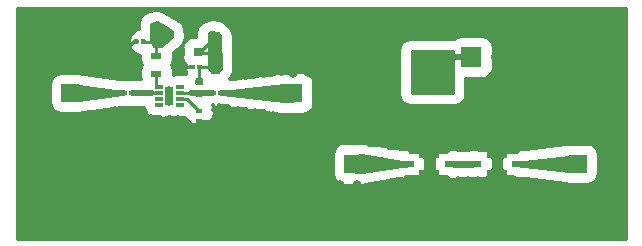
<source format=gtl>
G04 #@! TF.GenerationSoftware,KiCad,Pcbnew,(5.0.1)-4*
G04 #@! TF.CreationDate,2019-05-20T12:55:45-07:00*
G04 #@! TF.ProjectId,Tripler_circuit,547269706C65725F636972637569742E,rev?*
G04 #@! TF.SameCoordinates,Original*
G04 #@! TF.FileFunction,Copper,L1,Top,Signal*
G04 #@! TF.FilePolarity,Positive*
%FSLAX46Y46*%
G04 Gerber Fmt 4.6, Leading zero omitted, Abs format (unit mm)*
G04 Created by KiCad (PCBNEW (5.0.1)-4) date 5/20/2019 12:55:45 PM*
%MOMM*%
%LPD*%
G01*
G04 APERTURE LIST*
G04 #@! TA.AperFunction,SMDPad,CuDef*
%ADD10R,1.520000X1.650000*%
G04 #@! TD*
G04 #@! TA.AperFunction,ViaPad*
%ADD11C,0.600000*%
G04 #@! TD*
G04 #@! TA.AperFunction,Conductor*
%ADD12C,0.200000*%
G04 #@! TD*
G04 #@! TA.AperFunction,SMDPad,CuDef*
%ADD13C,0.400000*%
G04 #@! TD*
G04 #@! TA.AperFunction,SMDPad,CuDef*
%ADD14R,1.900000X1.900000*%
G04 #@! TD*
G04 #@! TA.AperFunction,SMDPad,CuDef*
%ADD15R,1.500000X1.500000*%
G04 #@! TD*
G04 #@! TA.AperFunction,SMDPad,CuDef*
%ADD16R,0.990000X0.610000*%
G04 #@! TD*
G04 #@! TA.AperFunction,SMDPad,CuDef*
%ADD17R,1.750000X0.990000*%
G04 #@! TD*
G04 #@! TA.AperFunction,ComponentPad*
%ADD18C,0.600000*%
G04 #@! TD*
G04 #@! TA.AperFunction,SMDPad,CuDef*
%ADD19R,0.800000X0.750000*%
G04 #@! TD*
G04 #@! TA.AperFunction,SMDPad,CuDef*
%ADD20C,0.590000*%
G04 #@! TD*
G04 #@! TA.AperFunction,SMDPad,CuDef*
%ADD21R,0.900000X0.500000*%
G04 #@! TD*
G04 #@! TA.AperFunction,SMDPad,CuDef*
%ADD22R,0.600000X0.400000*%
G04 #@! TD*
G04 #@! TA.AperFunction,SMDPad,CuDef*
%ADD23R,0.670000X0.300000*%
G04 #@! TD*
G04 #@! TA.AperFunction,SMDPad,CuDef*
%ADD24R,0.700000X1.600000*%
G04 #@! TD*
G04 #@! TA.AperFunction,ComponentPad*
%ADD25C,0.350000*%
G04 #@! TD*
G04 #@! TA.AperFunction,ComponentPad*
%ADD26R,1.700000X1.700000*%
G04 #@! TD*
G04 #@! TA.AperFunction,ComponentPad*
%ADD27O,1.700000X1.700000*%
G04 #@! TD*
G04 #@! TA.AperFunction,ViaPad*
%ADD28C,0.800000*%
G04 #@! TD*
G04 #@! TA.AperFunction,ViaPad*
%ADD29C,0.350000*%
G04 #@! TD*
G04 #@! TA.AperFunction,Conductor*
%ADD30C,0.250000*%
G04 #@! TD*
G04 #@! TA.AperFunction,Conductor*
%ADD31C,0.508000*%
G04 #@! TD*
G04 #@! TA.AperFunction,Conductor*
%ADD32C,0.500000*%
G04 #@! TD*
G04 #@! TA.AperFunction,Conductor*
%ADD33C,0.254000*%
G04 #@! TD*
G04 APERTURE END LIST*
D10*
G04 #@! TO.P,U1,1*
G04 #@! TO.N,/Amp_out*
X123600000Y-89405000D03*
G04 #@! TO.P,U1,2*
G04 #@! TO.N,GND*
X126140000Y-89405000D03*
G04 #@! TO.P,U1,3*
X128680000Y-89405000D03*
G04 #@! TO.P,U1,4*
G04 #@! TO.N,Net-(U1-Pad4)*
X128680000Y-95375000D03*
G04 #@! TO.P,U1,5*
G04 #@! TO.N,GND*
X126140000Y-95375000D03*
G04 #@! TO.P,U1,6*
X123600000Y-95375000D03*
D11*
G04 #@! TD*
G04 #@! TO.N,GND*
G04 #@! TO.C,U1*
X126140000Y-90890000D03*
G04 #@! TO.N,GND*
G04 #@! TO.C,U1*
X127410000Y-90890000D03*
X128680000Y-90890000D03*
X128680000Y-92390000D03*
X127410000Y-92390000D03*
X126140000Y-92390000D03*
X124870000Y-92390000D03*
X123600000Y-92390000D03*
X123600000Y-93890000D03*
X124870000Y-93890000D03*
X126140000Y-93890000D03*
G04 #@! TD*
D12*
G04 #@! TO.N,Net-(C1-Pad1)*
G04 #@! TO.C,C1*
G36*
X110059802Y-89200482D02*
X110069509Y-89201921D01*
X110079028Y-89204306D01*
X110088268Y-89207612D01*
X110097140Y-89211808D01*
X110105557Y-89216853D01*
X110113439Y-89222699D01*
X110120711Y-89229289D01*
X110127301Y-89236561D01*
X110133147Y-89244443D01*
X110138192Y-89252860D01*
X110142388Y-89261732D01*
X110145694Y-89270972D01*
X110148079Y-89280491D01*
X110149518Y-89290198D01*
X110150000Y-89300000D01*
X110150000Y-89500000D01*
X110149518Y-89509802D01*
X110148079Y-89519509D01*
X110145694Y-89529028D01*
X110142388Y-89538268D01*
X110138192Y-89547140D01*
X110133147Y-89555557D01*
X110127301Y-89563439D01*
X110120711Y-89570711D01*
X110113439Y-89577301D01*
X110105557Y-89583147D01*
X110097140Y-89588192D01*
X110088268Y-89592388D01*
X110079028Y-89595694D01*
X110069509Y-89598079D01*
X110059802Y-89599518D01*
X110050000Y-89600000D01*
X109790000Y-89600000D01*
X109780198Y-89599518D01*
X109770491Y-89598079D01*
X109760972Y-89595694D01*
X109751732Y-89592388D01*
X109742860Y-89588192D01*
X109734443Y-89583147D01*
X109726561Y-89577301D01*
X109719289Y-89570711D01*
X109712699Y-89563439D01*
X109706853Y-89555557D01*
X109701808Y-89547140D01*
X109697612Y-89538268D01*
X109694306Y-89529028D01*
X109691921Y-89519509D01*
X109690482Y-89509802D01*
X109690000Y-89500000D01*
X109690000Y-89300000D01*
X109690482Y-89290198D01*
X109691921Y-89280491D01*
X109694306Y-89270972D01*
X109697612Y-89261732D01*
X109701808Y-89252860D01*
X109706853Y-89244443D01*
X109712699Y-89236561D01*
X109719289Y-89229289D01*
X109726561Y-89222699D01*
X109734443Y-89216853D01*
X109742860Y-89211808D01*
X109751732Y-89207612D01*
X109760972Y-89204306D01*
X109770491Y-89201921D01*
X109780198Y-89200482D01*
X109790000Y-89200000D01*
X110050000Y-89200000D01*
X110059802Y-89200482D01*
X110059802Y-89200482D01*
G37*
D13*
G04 #@! TD*
G04 #@! TO.P,C1,1*
G04 #@! TO.N,Net-(C1-Pad1)*
X109920000Y-89400000D03*
D12*
G04 #@! TO.N,Net-(C1-Pad2)*
G04 #@! TO.C,C1*
G36*
X109419802Y-89200482D02*
X109429509Y-89201921D01*
X109439028Y-89204306D01*
X109448268Y-89207612D01*
X109457140Y-89211808D01*
X109465557Y-89216853D01*
X109473439Y-89222699D01*
X109480711Y-89229289D01*
X109487301Y-89236561D01*
X109493147Y-89244443D01*
X109498192Y-89252860D01*
X109502388Y-89261732D01*
X109505694Y-89270972D01*
X109508079Y-89280491D01*
X109509518Y-89290198D01*
X109510000Y-89300000D01*
X109510000Y-89500000D01*
X109509518Y-89509802D01*
X109508079Y-89519509D01*
X109505694Y-89529028D01*
X109502388Y-89538268D01*
X109498192Y-89547140D01*
X109493147Y-89555557D01*
X109487301Y-89563439D01*
X109480711Y-89570711D01*
X109473439Y-89577301D01*
X109465557Y-89583147D01*
X109457140Y-89588192D01*
X109448268Y-89592388D01*
X109439028Y-89595694D01*
X109429509Y-89598079D01*
X109419802Y-89599518D01*
X109410000Y-89600000D01*
X109150000Y-89600000D01*
X109140198Y-89599518D01*
X109130491Y-89598079D01*
X109120972Y-89595694D01*
X109111732Y-89592388D01*
X109102860Y-89588192D01*
X109094443Y-89583147D01*
X109086561Y-89577301D01*
X109079289Y-89570711D01*
X109072699Y-89563439D01*
X109066853Y-89555557D01*
X109061808Y-89547140D01*
X109057612Y-89538268D01*
X109054306Y-89529028D01*
X109051921Y-89519509D01*
X109050482Y-89509802D01*
X109050000Y-89500000D01*
X109050000Y-89300000D01*
X109050482Y-89290198D01*
X109051921Y-89280491D01*
X109054306Y-89270972D01*
X109057612Y-89261732D01*
X109061808Y-89252860D01*
X109066853Y-89244443D01*
X109072699Y-89236561D01*
X109079289Y-89229289D01*
X109086561Y-89222699D01*
X109094443Y-89216853D01*
X109102860Y-89211808D01*
X109111732Y-89207612D01*
X109120972Y-89204306D01*
X109130491Y-89201921D01*
X109140198Y-89200482D01*
X109150000Y-89200000D01*
X109410000Y-89200000D01*
X109419802Y-89200482D01*
X109419802Y-89200482D01*
G37*
D13*
G04 #@! TD*
G04 #@! TO.P,C1,2*
G04 #@! TO.N,Net-(C1-Pad2)*
X109280000Y-89400000D03*
D14*
G04 #@! TO.P,CON1,2*
G04 #@! TO.N,GND*
X107105000Y-87015000D03*
X107105000Y-91765000D03*
X102355000Y-91765000D03*
X102355000Y-87015000D03*
D15*
G04 #@! TO.P,CON1,1*
G04 #@! TO.N,Net-(C1-Pad2)*
X104730000Y-89390000D03*
G04 #@! TD*
G04 #@! TO.P,CON2,1*
G04 #@! TO.N,Net-(CON2-Pad1)*
X147700000Y-95380000D03*
D14*
G04 #@! TO.P,CON2,2*
G04 #@! TO.N,GND*
X145325000Y-93005000D03*
X145325000Y-97755000D03*
X150075000Y-97755000D03*
X150075000Y-93005000D03*
G04 #@! TD*
D16*
G04 #@! TO.P,U3,1*
G04 #@! TO.N,Net-(U1-Pad4)*
X133315000Y-95380000D03*
D17*
G04 #@! TO.P,U3,2*
G04 #@! TO.N,GND*
X135130000Y-96395000D03*
D16*
G04 #@! TO.P,U3,3*
G04 #@! TO.N,Net-(U3-Pad3)*
X136945000Y-95380000D03*
D17*
G04 #@! TO.P,U3,4*
G04 #@! TO.N,GND*
X135130000Y-94365000D03*
D18*
G04 #@! TO.P,U3,2*
X134560000Y-96580000D03*
X135700000Y-96580000D03*
G04 #@! TO.P,U3,4*
X134560000Y-94180000D03*
X135700000Y-94180000D03*
G04 #@! TD*
G04 #@! TO.P,U5,4*
G04 #@! TO.N,GND*
X141420000Y-94170000D03*
X140280000Y-94170000D03*
G04 #@! TO.P,U5,2*
X141420000Y-96570000D03*
X140280000Y-96570000D03*
D17*
G04 #@! TO.P,U5,4*
X140850000Y-94355000D03*
D16*
G04 #@! TO.P,U5,3*
G04 #@! TO.N,Net-(CON2-Pad1)*
X142665000Y-95370000D03*
D17*
G04 #@! TO.P,U5,2*
G04 #@! TO.N,GND*
X140850000Y-96385000D03*
D16*
G04 #@! TO.P,U5,1*
G04 #@! TO.N,Net-(U3-Pad3)*
X139035000Y-95370000D03*
G04 #@! TD*
D19*
G04 #@! TO.P,C2,1*
G04 #@! TO.N,GND*
X114075000Y-85950000D03*
G04 #@! TO.P,C2,2*
G04 #@! TO.N,+5V*
X115575000Y-85950000D03*
G04 #@! TD*
D12*
G04 #@! TO.N,GND*
G04 #@! TO.C,C3*
G36*
X110419802Y-84850482D02*
X110429509Y-84851921D01*
X110439028Y-84854306D01*
X110448268Y-84857612D01*
X110457140Y-84861808D01*
X110465557Y-84866853D01*
X110473439Y-84872699D01*
X110480711Y-84879289D01*
X110487301Y-84886561D01*
X110493147Y-84894443D01*
X110498192Y-84902860D01*
X110502388Y-84911732D01*
X110505694Y-84920972D01*
X110508079Y-84930491D01*
X110509518Y-84940198D01*
X110510000Y-84950000D01*
X110510000Y-85150000D01*
X110509518Y-85159802D01*
X110508079Y-85169509D01*
X110505694Y-85179028D01*
X110502388Y-85188268D01*
X110498192Y-85197140D01*
X110493147Y-85205557D01*
X110487301Y-85213439D01*
X110480711Y-85220711D01*
X110473439Y-85227301D01*
X110465557Y-85233147D01*
X110457140Y-85238192D01*
X110448268Y-85242388D01*
X110439028Y-85245694D01*
X110429509Y-85248079D01*
X110419802Y-85249518D01*
X110410000Y-85250000D01*
X110150000Y-85250000D01*
X110140198Y-85249518D01*
X110130491Y-85248079D01*
X110120972Y-85245694D01*
X110111732Y-85242388D01*
X110102860Y-85238192D01*
X110094443Y-85233147D01*
X110086561Y-85227301D01*
X110079289Y-85220711D01*
X110072699Y-85213439D01*
X110066853Y-85205557D01*
X110061808Y-85197140D01*
X110057612Y-85188268D01*
X110054306Y-85179028D01*
X110051921Y-85169509D01*
X110050482Y-85159802D01*
X110050000Y-85150000D01*
X110050000Y-84950000D01*
X110050482Y-84940198D01*
X110051921Y-84930491D01*
X110054306Y-84920972D01*
X110057612Y-84911732D01*
X110061808Y-84902860D01*
X110066853Y-84894443D01*
X110072699Y-84886561D01*
X110079289Y-84879289D01*
X110086561Y-84872699D01*
X110094443Y-84866853D01*
X110102860Y-84861808D01*
X110111732Y-84857612D01*
X110120972Y-84854306D01*
X110130491Y-84851921D01*
X110140198Y-84850482D01*
X110150000Y-84850000D01*
X110410000Y-84850000D01*
X110419802Y-84850482D01*
X110419802Y-84850482D01*
G37*
D13*
G04 #@! TD*
G04 #@! TO.P,C3,2*
G04 #@! TO.N,GND*
X110280000Y-85050000D03*
D12*
G04 #@! TO.N,+5V*
G04 #@! TO.C,C3*
G36*
X111059802Y-84850482D02*
X111069509Y-84851921D01*
X111079028Y-84854306D01*
X111088268Y-84857612D01*
X111097140Y-84861808D01*
X111105557Y-84866853D01*
X111113439Y-84872699D01*
X111120711Y-84879289D01*
X111127301Y-84886561D01*
X111133147Y-84894443D01*
X111138192Y-84902860D01*
X111142388Y-84911732D01*
X111145694Y-84920972D01*
X111148079Y-84930491D01*
X111149518Y-84940198D01*
X111150000Y-84950000D01*
X111150000Y-85150000D01*
X111149518Y-85159802D01*
X111148079Y-85169509D01*
X111145694Y-85179028D01*
X111142388Y-85188268D01*
X111138192Y-85197140D01*
X111133147Y-85205557D01*
X111127301Y-85213439D01*
X111120711Y-85220711D01*
X111113439Y-85227301D01*
X111105557Y-85233147D01*
X111097140Y-85238192D01*
X111088268Y-85242388D01*
X111079028Y-85245694D01*
X111069509Y-85248079D01*
X111059802Y-85249518D01*
X111050000Y-85250000D01*
X110790000Y-85250000D01*
X110780198Y-85249518D01*
X110770491Y-85248079D01*
X110760972Y-85245694D01*
X110751732Y-85242388D01*
X110742860Y-85238192D01*
X110734443Y-85233147D01*
X110726561Y-85227301D01*
X110719289Y-85220711D01*
X110712699Y-85213439D01*
X110706853Y-85205557D01*
X110701808Y-85197140D01*
X110697612Y-85188268D01*
X110694306Y-85179028D01*
X110691921Y-85169509D01*
X110690482Y-85159802D01*
X110690000Y-85150000D01*
X110690000Y-84950000D01*
X110690482Y-84940198D01*
X110691921Y-84930491D01*
X110694306Y-84920972D01*
X110697612Y-84911732D01*
X110701808Y-84902860D01*
X110706853Y-84894443D01*
X110712699Y-84886561D01*
X110719289Y-84879289D01*
X110726561Y-84872699D01*
X110734443Y-84866853D01*
X110742860Y-84861808D01*
X110751732Y-84857612D01*
X110760972Y-84854306D01*
X110770491Y-84851921D01*
X110780198Y-84850482D01*
X110790000Y-84850000D01*
X111050000Y-84850000D01*
X111059802Y-84850482D01*
X111059802Y-84850482D01*
G37*
D13*
G04 #@! TD*
G04 #@! TO.P,C3,1*
G04 #@! TO.N,+5V*
X110920000Y-85050000D03*
D12*
G04 #@! TO.N,GND*
G04 #@! TO.C,C4*
G36*
X115169802Y-87000482D02*
X115179509Y-87001921D01*
X115189028Y-87004306D01*
X115198268Y-87007612D01*
X115207140Y-87011808D01*
X115215557Y-87016853D01*
X115223439Y-87022699D01*
X115230711Y-87029289D01*
X115237301Y-87036561D01*
X115243147Y-87044443D01*
X115248192Y-87052860D01*
X115252388Y-87061732D01*
X115255694Y-87070972D01*
X115258079Y-87080491D01*
X115259518Y-87090198D01*
X115260000Y-87100000D01*
X115260000Y-87300000D01*
X115259518Y-87309802D01*
X115258079Y-87319509D01*
X115255694Y-87329028D01*
X115252388Y-87338268D01*
X115248192Y-87347140D01*
X115243147Y-87355557D01*
X115237301Y-87363439D01*
X115230711Y-87370711D01*
X115223439Y-87377301D01*
X115215557Y-87383147D01*
X115207140Y-87388192D01*
X115198268Y-87392388D01*
X115189028Y-87395694D01*
X115179509Y-87398079D01*
X115169802Y-87399518D01*
X115160000Y-87400000D01*
X114900000Y-87400000D01*
X114890198Y-87399518D01*
X114880491Y-87398079D01*
X114870972Y-87395694D01*
X114861732Y-87392388D01*
X114852860Y-87388192D01*
X114844443Y-87383147D01*
X114836561Y-87377301D01*
X114829289Y-87370711D01*
X114822699Y-87363439D01*
X114816853Y-87355557D01*
X114811808Y-87347140D01*
X114807612Y-87338268D01*
X114804306Y-87329028D01*
X114801921Y-87319509D01*
X114800482Y-87309802D01*
X114800000Y-87300000D01*
X114800000Y-87100000D01*
X114800482Y-87090198D01*
X114801921Y-87080491D01*
X114804306Y-87070972D01*
X114807612Y-87061732D01*
X114811808Y-87052860D01*
X114816853Y-87044443D01*
X114822699Y-87036561D01*
X114829289Y-87029289D01*
X114836561Y-87022699D01*
X114844443Y-87016853D01*
X114852860Y-87011808D01*
X114861732Y-87007612D01*
X114870972Y-87004306D01*
X114880491Y-87001921D01*
X114890198Y-87000482D01*
X114900000Y-87000000D01*
X115160000Y-87000000D01*
X115169802Y-87000482D01*
X115169802Y-87000482D01*
G37*
D13*
G04 #@! TD*
G04 #@! TO.P,C4,1*
G04 #@! TO.N,GND*
X115030000Y-87200000D03*
D12*
G04 #@! TO.N,+5V*
G04 #@! TO.C,C4*
G36*
X115809802Y-87000482D02*
X115819509Y-87001921D01*
X115829028Y-87004306D01*
X115838268Y-87007612D01*
X115847140Y-87011808D01*
X115855557Y-87016853D01*
X115863439Y-87022699D01*
X115870711Y-87029289D01*
X115877301Y-87036561D01*
X115883147Y-87044443D01*
X115888192Y-87052860D01*
X115892388Y-87061732D01*
X115895694Y-87070972D01*
X115898079Y-87080491D01*
X115899518Y-87090198D01*
X115900000Y-87100000D01*
X115900000Y-87300000D01*
X115899518Y-87309802D01*
X115898079Y-87319509D01*
X115895694Y-87329028D01*
X115892388Y-87338268D01*
X115888192Y-87347140D01*
X115883147Y-87355557D01*
X115877301Y-87363439D01*
X115870711Y-87370711D01*
X115863439Y-87377301D01*
X115855557Y-87383147D01*
X115847140Y-87388192D01*
X115838268Y-87392388D01*
X115829028Y-87395694D01*
X115819509Y-87398079D01*
X115809802Y-87399518D01*
X115800000Y-87400000D01*
X115540000Y-87400000D01*
X115530198Y-87399518D01*
X115520491Y-87398079D01*
X115510972Y-87395694D01*
X115501732Y-87392388D01*
X115492860Y-87388192D01*
X115484443Y-87383147D01*
X115476561Y-87377301D01*
X115469289Y-87370711D01*
X115462699Y-87363439D01*
X115456853Y-87355557D01*
X115451808Y-87347140D01*
X115447612Y-87338268D01*
X115444306Y-87329028D01*
X115441921Y-87319509D01*
X115440482Y-87309802D01*
X115440000Y-87300000D01*
X115440000Y-87100000D01*
X115440482Y-87090198D01*
X115441921Y-87080491D01*
X115444306Y-87070972D01*
X115447612Y-87061732D01*
X115451808Y-87052860D01*
X115456853Y-87044443D01*
X115462699Y-87036561D01*
X115469289Y-87029289D01*
X115476561Y-87022699D01*
X115484443Y-87016853D01*
X115492860Y-87011808D01*
X115501732Y-87007612D01*
X115510972Y-87004306D01*
X115520491Y-87001921D01*
X115530198Y-87000482D01*
X115540000Y-87000000D01*
X115800000Y-87000000D01*
X115809802Y-87000482D01*
X115809802Y-87000482D01*
G37*
D13*
G04 #@! TD*
G04 #@! TO.P,C4,2*
G04 #@! TO.N,+5V*
X115670000Y-87200000D03*
D12*
G04 #@! TO.N,/Amp_out*
G04 #@! TO.C,C5*
G36*
X117584802Y-89200482D02*
X117594509Y-89201921D01*
X117604028Y-89204306D01*
X117613268Y-89207612D01*
X117622140Y-89211808D01*
X117630557Y-89216853D01*
X117638439Y-89222699D01*
X117645711Y-89229289D01*
X117652301Y-89236561D01*
X117658147Y-89244443D01*
X117663192Y-89252860D01*
X117667388Y-89261732D01*
X117670694Y-89270972D01*
X117673079Y-89280491D01*
X117674518Y-89290198D01*
X117675000Y-89300000D01*
X117675000Y-89500000D01*
X117674518Y-89509802D01*
X117673079Y-89519509D01*
X117670694Y-89529028D01*
X117667388Y-89538268D01*
X117663192Y-89547140D01*
X117658147Y-89555557D01*
X117652301Y-89563439D01*
X117645711Y-89570711D01*
X117638439Y-89577301D01*
X117630557Y-89583147D01*
X117622140Y-89588192D01*
X117613268Y-89592388D01*
X117604028Y-89595694D01*
X117594509Y-89598079D01*
X117584802Y-89599518D01*
X117575000Y-89600000D01*
X117315000Y-89600000D01*
X117305198Y-89599518D01*
X117295491Y-89598079D01*
X117285972Y-89595694D01*
X117276732Y-89592388D01*
X117267860Y-89588192D01*
X117259443Y-89583147D01*
X117251561Y-89577301D01*
X117244289Y-89570711D01*
X117237699Y-89563439D01*
X117231853Y-89555557D01*
X117226808Y-89547140D01*
X117222612Y-89538268D01*
X117219306Y-89529028D01*
X117216921Y-89519509D01*
X117215482Y-89509802D01*
X117215000Y-89500000D01*
X117215000Y-89300000D01*
X117215482Y-89290198D01*
X117216921Y-89280491D01*
X117219306Y-89270972D01*
X117222612Y-89261732D01*
X117226808Y-89252860D01*
X117231853Y-89244443D01*
X117237699Y-89236561D01*
X117244289Y-89229289D01*
X117251561Y-89222699D01*
X117259443Y-89216853D01*
X117267860Y-89211808D01*
X117276732Y-89207612D01*
X117285972Y-89204306D01*
X117295491Y-89201921D01*
X117305198Y-89200482D01*
X117315000Y-89200000D01*
X117575000Y-89200000D01*
X117584802Y-89200482D01*
X117584802Y-89200482D01*
G37*
D13*
G04 #@! TD*
G04 #@! TO.P,C5,1*
G04 #@! TO.N,/Amp_out*
X117445000Y-89400000D03*
D12*
G04 #@! TO.N,Net-(C5-Pad2)*
G04 #@! TO.C,C5*
G36*
X116944802Y-89200482D02*
X116954509Y-89201921D01*
X116964028Y-89204306D01*
X116973268Y-89207612D01*
X116982140Y-89211808D01*
X116990557Y-89216853D01*
X116998439Y-89222699D01*
X117005711Y-89229289D01*
X117012301Y-89236561D01*
X117018147Y-89244443D01*
X117023192Y-89252860D01*
X117027388Y-89261732D01*
X117030694Y-89270972D01*
X117033079Y-89280491D01*
X117034518Y-89290198D01*
X117035000Y-89300000D01*
X117035000Y-89500000D01*
X117034518Y-89509802D01*
X117033079Y-89519509D01*
X117030694Y-89529028D01*
X117027388Y-89538268D01*
X117023192Y-89547140D01*
X117018147Y-89555557D01*
X117012301Y-89563439D01*
X117005711Y-89570711D01*
X116998439Y-89577301D01*
X116990557Y-89583147D01*
X116982140Y-89588192D01*
X116973268Y-89592388D01*
X116964028Y-89595694D01*
X116954509Y-89598079D01*
X116944802Y-89599518D01*
X116935000Y-89600000D01*
X116675000Y-89600000D01*
X116665198Y-89599518D01*
X116655491Y-89598079D01*
X116645972Y-89595694D01*
X116636732Y-89592388D01*
X116627860Y-89588192D01*
X116619443Y-89583147D01*
X116611561Y-89577301D01*
X116604289Y-89570711D01*
X116597699Y-89563439D01*
X116591853Y-89555557D01*
X116586808Y-89547140D01*
X116582612Y-89538268D01*
X116579306Y-89529028D01*
X116576921Y-89519509D01*
X116575482Y-89509802D01*
X116575000Y-89500000D01*
X116575000Y-89300000D01*
X116575482Y-89290198D01*
X116576921Y-89280491D01*
X116579306Y-89270972D01*
X116582612Y-89261732D01*
X116586808Y-89252860D01*
X116591853Y-89244443D01*
X116597699Y-89236561D01*
X116604289Y-89229289D01*
X116611561Y-89222699D01*
X116619443Y-89216853D01*
X116627860Y-89211808D01*
X116636732Y-89207612D01*
X116645972Y-89204306D01*
X116655491Y-89201921D01*
X116665198Y-89200482D01*
X116675000Y-89200000D01*
X116935000Y-89200000D01*
X116944802Y-89200482D01*
X116944802Y-89200482D01*
G37*
D13*
G04 #@! TD*
G04 #@! TO.P,C5,2*
G04 #@! TO.N,Net-(C5-Pad2)*
X116805000Y-89400000D03*
D12*
G04 #@! TO.N,+5V*
G04 #@! TO.C,L1*
G36*
X115836958Y-88145710D02*
X115851276Y-88147834D01*
X115865317Y-88151351D01*
X115878946Y-88156228D01*
X115892031Y-88162417D01*
X115904447Y-88169858D01*
X115916073Y-88178481D01*
X115926798Y-88188202D01*
X115936519Y-88198927D01*
X115945142Y-88210553D01*
X115952583Y-88222969D01*
X115958772Y-88236054D01*
X115963649Y-88249683D01*
X115967166Y-88263724D01*
X115969290Y-88278042D01*
X115970000Y-88292500D01*
X115970000Y-88587500D01*
X115969290Y-88601958D01*
X115967166Y-88616276D01*
X115963649Y-88630317D01*
X115958772Y-88643946D01*
X115952583Y-88657031D01*
X115945142Y-88669447D01*
X115936519Y-88681073D01*
X115926798Y-88691798D01*
X115916073Y-88701519D01*
X115904447Y-88710142D01*
X115892031Y-88717583D01*
X115878946Y-88723772D01*
X115865317Y-88728649D01*
X115851276Y-88732166D01*
X115836958Y-88734290D01*
X115822500Y-88735000D01*
X115477500Y-88735000D01*
X115463042Y-88734290D01*
X115448724Y-88732166D01*
X115434683Y-88728649D01*
X115421054Y-88723772D01*
X115407969Y-88717583D01*
X115395553Y-88710142D01*
X115383927Y-88701519D01*
X115373202Y-88691798D01*
X115363481Y-88681073D01*
X115354858Y-88669447D01*
X115347417Y-88657031D01*
X115341228Y-88643946D01*
X115336351Y-88630317D01*
X115332834Y-88616276D01*
X115330710Y-88601958D01*
X115330000Y-88587500D01*
X115330000Y-88292500D01*
X115330710Y-88278042D01*
X115332834Y-88263724D01*
X115336351Y-88249683D01*
X115341228Y-88236054D01*
X115347417Y-88222969D01*
X115354858Y-88210553D01*
X115363481Y-88198927D01*
X115373202Y-88188202D01*
X115383927Y-88178481D01*
X115395553Y-88169858D01*
X115407969Y-88162417D01*
X115421054Y-88156228D01*
X115434683Y-88151351D01*
X115448724Y-88147834D01*
X115463042Y-88145710D01*
X115477500Y-88145000D01*
X115822500Y-88145000D01*
X115836958Y-88145710D01*
X115836958Y-88145710D01*
G37*
D20*
G04 #@! TD*
G04 #@! TO.P,L1,1*
G04 #@! TO.N,+5V*
X115650000Y-88440000D03*
D12*
G04 #@! TO.N,Net-(C5-Pad2)*
G04 #@! TO.C,L1*
G36*
X115836958Y-89115710D02*
X115851276Y-89117834D01*
X115865317Y-89121351D01*
X115878946Y-89126228D01*
X115892031Y-89132417D01*
X115904447Y-89139858D01*
X115916073Y-89148481D01*
X115926798Y-89158202D01*
X115936519Y-89168927D01*
X115945142Y-89180553D01*
X115952583Y-89192969D01*
X115958772Y-89206054D01*
X115963649Y-89219683D01*
X115967166Y-89233724D01*
X115969290Y-89248042D01*
X115970000Y-89262500D01*
X115970000Y-89557500D01*
X115969290Y-89571958D01*
X115967166Y-89586276D01*
X115963649Y-89600317D01*
X115958772Y-89613946D01*
X115952583Y-89627031D01*
X115945142Y-89639447D01*
X115936519Y-89651073D01*
X115926798Y-89661798D01*
X115916073Y-89671519D01*
X115904447Y-89680142D01*
X115892031Y-89687583D01*
X115878946Y-89693772D01*
X115865317Y-89698649D01*
X115851276Y-89702166D01*
X115836958Y-89704290D01*
X115822500Y-89705000D01*
X115477500Y-89705000D01*
X115463042Y-89704290D01*
X115448724Y-89702166D01*
X115434683Y-89698649D01*
X115421054Y-89693772D01*
X115407969Y-89687583D01*
X115395553Y-89680142D01*
X115383927Y-89671519D01*
X115373202Y-89661798D01*
X115363481Y-89651073D01*
X115354858Y-89639447D01*
X115347417Y-89627031D01*
X115341228Y-89613946D01*
X115336351Y-89600317D01*
X115332834Y-89586276D01*
X115330710Y-89571958D01*
X115330000Y-89557500D01*
X115330000Y-89262500D01*
X115330710Y-89248042D01*
X115332834Y-89233724D01*
X115336351Y-89219683D01*
X115341228Y-89206054D01*
X115347417Y-89192969D01*
X115354858Y-89180553D01*
X115363481Y-89168927D01*
X115373202Y-89158202D01*
X115383927Y-89148481D01*
X115395553Y-89139858D01*
X115407969Y-89132417D01*
X115421054Y-89126228D01*
X115434683Y-89121351D01*
X115448724Y-89117834D01*
X115463042Y-89115710D01*
X115477500Y-89115000D01*
X115822500Y-89115000D01*
X115836958Y-89115710D01*
X115836958Y-89115710D01*
G37*
D20*
G04 #@! TD*
G04 #@! TO.P,L1,2*
G04 #@! TO.N,Net-(C5-Pad2)*
X115650000Y-89410000D03*
D21*
G04 #@! TO.P,R1,2*
G04 #@! TO.N,+5V*
X112025000Y-86250000D03*
G04 #@! TO.P,R1,1*
G04 #@! TO.N,Net-(R1-Pad1)*
X112025000Y-87750000D03*
G04 #@! TD*
D22*
G04 #@! TO.P,R2,2*
G04 #@! TO.N,Net-(R2-Pad2)*
X115650000Y-90900000D03*
G04 #@! TO.P,R2,1*
G04 #@! TO.N,GND*
X115650000Y-91800000D03*
G04 #@! TD*
D23*
G04 #@! TO.P,U2,1*
G04 #@! TO.N,Net-(R1-Pad1)*
X112240000Y-88900000D03*
G04 #@! TO.P,U2,2*
G04 #@! TO.N,Net-(C1-Pad1)*
X112240000Y-89400000D03*
G04 #@! TO.P,U2,3*
G04 #@! TO.N,Net-(U2-Pad3)*
X112240000Y-89900000D03*
G04 #@! TO.P,U2,4*
G04 #@! TO.N,Net-(U2-Pad4)*
X112240000Y-90400000D03*
G04 #@! TO.P,U2,5*
G04 #@! TO.N,Net-(U2-Pad5)*
X114010000Y-90400000D03*
G04 #@! TO.P,U2,6*
G04 #@! TO.N,Net-(R2-Pad2)*
X114010000Y-89900000D03*
G04 #@! TO.P,U2,7*
G04 #@! TO.N,Net-(C5-Pad2)*
X114010000Y-89400000D03*
G04 #@! TO.P,U2,8*
G04 #@! TO.N,Net-(U2-Pad8)*
X114010000Y-88900000D03*
D24*
G04 #@! TO.P,U2,9*
G04 #@! TO.N,GND*
X113125000Y-89650000D03*
D25*
X113125000Y-90290000D03*
X113125000Y-89650000D03*
X113125000Y-89010000D03*
G04 #@! TD*
D26*
G04 #@! TO.P,J1,1*
G04 #@! TO.N,+5V*
X138684000Y-86360000D03*
D27*
G04 #@! TO.P,J1,2*
G04 #@! TO.N,GND*
X141224000Y-86360000D03*
G04 #@! TD*
D28*
G04 #@! TO.N,+5V*
X136800000Y-86375000D03*
X135400000Y-86375000D03*
X135400000Y-87650000D03*
X136800000Y-87650000D03*
X136775000Y-89050000D03*
X135425000Y-89050000D03*
X134025000Y-89050000D03*
X134025000Y-87750000D03*
X134025000Y-86425000D03*
X116925000Y-87125000D03*
X116925000Y-86000000D03*
X116900000Y-84750000D03*
X112000000Y-84925000D03*
X112000000Y-83875000D03*
X112875000Y-84400000D03*
G04 #@! TO.N,GND*
X147600000Y-93050000D03*
X150100000Y-95450000D03*
X147625000Y-97675000D03*
X129000000Y-97225000D03*
X126275000Y-97150000D03*
X123625000Y-97150000D03*
X126125000Y-87625000D03*
X102300000Y-89525000D03*
X104625000Y-87100000D03*
X104650000Y-91750000D03*
X141900000Y-88975000D03*
X143175000Y-89000000D03*
X144475000Y-89050000D03*
X144500000Y-87750000D03*
X143225000Y-87700000D03*
X143225000Y-86375000D03*
X144525000Y-86400000D03*
X101525000Y-85125000D03*
X102950000Y-85125000D03*
X104250000Y-85175000D03*
X105475000Y-85175000D03*
X106800000Y-85200000D03*
X108075000Y-85225000D03*
X109200000Y-85900000D03*
X101425000Y-93650000D03*
X102625000Y-93650000D03*
X103825000Y-93625000D03*
X105050000Y-93625000D03*
X106275000Y-93650000D03*
X107400000Y-93650000D03*
X108675000Y-93600000D03*
X109000000Y-92325000D03*
X124825000Y-87650000D03*
X123575000Y-87675000D03*
X127450000Y-87675000D03*
X128650000Y-87675000D03*
X129950000Y-87700000D03*
X124875000Y-97150000D03*
X127600000Y-97225000D03*
X130600000Y-89525000D03*
X130600000Y-91125000D03*
X130650000Y-92425000D03*
X143825000Y-91350000D03*
X145150000Y-91275000D03*
X146500000Y-91325000D03*
X147875000Y-91350000D03*
X149200000Y-91300000D03*
X150575000Y-91300000D03*
X144175000Y-99400000D03*
X145200000Y-99450000D03*
X146475000Y-99475000D03*
X147925000Y-99475000D03*
X149250000Y-99500000D03*
X150600000Y-99475000D03*
X143625000Y-97950000D03*
X143600000Y-92975000D03*
X115675000Y-92850000D03*
X113800000Y-87275000D03*
D29*
X108525000Y-90700000D03*
X109100000Y-90700000D03*
X109725000Y-90700000D03*
X110425000Y-90725000D03*
X111100000Y-91000000D03*
X111550000Y-91375000D03*
X112300000Y-91425000D03*
X113125000Y-91425000D03*
X113875000Y-91450000D03*
X114525000Y-91575000D03*
X114650000Y-92425000D03*
X108325000Y-88050000D03*
X109100000Y-88150000D03*
X109850000Y-88200000D03*
X110700000Y-88200000D03*
X116700000Y-91700000D03*
X116775000Y-90875000D03*
X116775000Y-90450000D03*
X117350000Y-90450000D03*
X118150000Y-90550000D03*
X118900000Y-90650000D03*
X119650000Y-90725000D03*
X120400000Y-90800000D03*
X121100000Y-90950000D03*
X121900000Y-91075000D03*
X121900000Y-91075000D03*
X122550000Y-87775000D03*
X121800000Y-87850000D03*
X121050000Y-87925000D03*
X120325000Y-88025000D03*
X119525000Y-88100000D03*
X118800000Y-88175000D03*
X118225000Y-88200000D03*
X133300000Y-94175000D03*
X132450000Y-94075000D03*
X131600000Y-93975000D03*
X130825000Y-93800000D03*
X129850000Y-93600000D03*
X133175000Y-96500000D03*
X132425000Y-96700000D03*
X131600000Y-96950000D03*
X130850000Y-97050000D03*
X129900000Y-97200000D03*
X136750000Y-94250000D03*
X137575000Y-94250000D03*
X138500000Y-94250000D03*
X139300000Y-94250000D03*
X136725000Y-96575000D03*
X137550000Y-96575000D03*
X138400000Y-96600000D03*
X139225000Y-96600000D03*
X142650000Y-94225000D03*
X143475000Y-94050000D03*
X142350000Y-96625000D03*
X143150000Y-96725000D03*
X144025000Y-96900000D03*
D28*
X110575000Y-93575000D03*
X110525000Y-95950000D03*
X112700000Y-96025000D03*
X112650000Y-94000000D03*
X115600000Y-96150000D03*
X148400000Y-87700000D03*
X148400000Y-84450000D03*
X144125000Y-83625000D03*
X137800000Y-83175000D03*
X133725000Y-83175000D03*
X129575000Y-83175000D03*
X123625000Y-83075000D03*
X123675000Y-85175000D03*
X126925000Y-85175000D03*
X126800000Y-83050000D03*
X130050000Y-85275000D03*
X119800000Y-85175000D03*
X133350000Y-91775000D03*
X136175000Y-91725000D03*
X140000000Y-91775000D03*
X130000000Y-99650000D03*
X126975000Y-99650000D03*
X123775000Y-100725000D03*
X118325000Y-100775000D03*
X120500000Y-93625000D03*
X120550000Y-96200000D03*
X120775000Y-100900000D03*
X118225000Y-98600000D03*
X120550000Y-98650000D03*
X118200000Y-93475000D03*
X118225000Y-96350000D03*
X139825000Y-98750000D03*
X133150000Y-98650000D03*
X133000000Y-101000000D03*
X136350000Y-100900000D03*
X142300000Y-100025000D03*
X136300000Y-98700000D03*
X139875000Y-101000000D03*
G04 #@! TD*
D30*
G04 #@! TO.N,Net-(C1-Pad1)*
X112240000Y-89400000D02*
X111650000Y-89400000D01*
D31*
X111650000Y-89400000D02*
X109944000Y-89400000D01*
D30*
G04 #@! TO.N,Net-(C1-Pad2)*
X109270000Y-89390000D02*
X109280000Y-89400000D01*
X104730000Y-89390000D02*
X109270000Y-89390000D01*
D31*
X104730000Y-89390000D02*
X109257990Y-89390000D01*
D30*
G04 #@! TO.N,+5V*
X135400000Y-86375000D02*
X135400000Y-87650000D01*
X136800000Y-87650000D02*
X136800000Y-89025000D01*
X136800000Y-89025000D02*
X136775000Y-89050000D01*
X135425000Y-89050000D02*
X134025000Y-89050000D01*
X134025000Y-87750000D02*
X134025000Y-86425000D01*
X115650000Y-87220000D02*
X115670000Y-87200000D01*
X115650000Y-88440000D02*
X115650000Y-87220000D01*
X115670000Y-87200000D02*
X116850000Y-87200000D01*
X116850000Y-87200000D02*
X116925000Y-87125000D01*
X115625000Y-86000000D02*
X115575000Y-85950000D01*
X116925000Y-86000000D02*
X115625000Y-86000000D01*
X115575000Y-85950000D02*
X115700000Y-85950000D01*
X115700000Y-85950000D02*
X116900000Y-84750000D01*
X112025000Y-86250000D02*
X112025000Y-84950000D01*
X112025000Y-84950000D02*
X112000000Y-84925000D01*
X112000000Y-83875000D02*
X112350000Y-83875000D01*
X112350000Y-83875000D02*
X112875000Y-84400000D01*
X112350000Y-84925000D02*
X112875000Y-84400000D01*
X112000000Y-84925000D02*
X112350000Y-84925000D01*
X111875000Y-85050000D02*
X112000000Y-84925000D01*
X110920000Y-85050000D02*
X111875000Y-85050000D01*
D32*
X136815000Y-86360000D02*
X136800000Y-86375000D01*
X138684000Y-86360000D02*
X136815000Y-86360000D01*
D30*
G04 #@! TO.N,GND*
X145325000Y-93005000D02*
X147555000Y-93005000D01*
X147555000Y-93005000D02*
X147600000Y-93050000D01*
X147645000Y-93005000D02*
X147600000Y-93050000D01*
X150075000Y-93005000D02*
X147645000Y-93005000D01*
X150075000Y-97755000D02*
X150075000Y-95475000D01*
X150075000Y-95475000D02*
X150100000Y-95450000D01*
X150075000Y-95425000D02*
X150100000Y-95450000D01*
X150075000Y-93005000D02*
X150075000Y-95425000D01*
X150075000Y-97755000D02*
X147705000Y-97755000D01*
X147705000Y-97755000D02*
X147625000Y-97675000D01*
X147545000Y-97755000D02*
X147625000Y-97675000D01*
X145325000Y-97755000D02*
X147545000Y-97755000D01*
X123600000Y-95375000D02*
X123600000Y-93890000D01*
X126140000Y-95375000D02*
X126140000Y-93890000D01*
X123600000Y-97125000D02*
X123625000Y-97150000D01*
X123600000Y-95375000D02*
X123600000Y-97125000D01*
X126140000Y-97015000D02*
X126275000Y-97150000D01*
X126140000Y-95375000D02*
X126140000Y-97015000D01*
X126140000Y-90890000D02*
X126140000Y-89405000D01*
X126140000Y-89405000D02*
X126140000Y-87640000D01*
X126140000Y-87640000D02*
X126125000Y-87625000D01*
X102355000Y-91765000D02*
X102355000Y-89580000D01*
X102355000Y-89580000D02*
X102300000Y-89525000D01*
X102355000Y-89470000D02*
X102300000Y-89525000D01*
X102355000Y-87015000D02*
X102355000Y-89470000D01*
X102355000Y-87015000D02*
X104540000Y-87015000D01*
X104540000Y-87015000D02*
X104625000Y-87100000D01*
X104710000Y-87015000D02*
X104625000Y-87100000D01*
X107105000Y-87015000D02*
X104710000Y-87015000D01*
X107105000Y-91765000D02*
X104665000Y-91765000D01*
X104665000Y-91765000D02*
X104650000Y-91750000D01*
X104635000Y-91765000D02*
X104650000Y-91750000D01*
X102355000Y-91765000D02*
X104635000Y-91765000D01*
X141900000Y-88975000D02*
X143150000Y-88975000D01*
X143150000Y-88975000D02*
X143175000Y-89000000D01*
X144475000Y-89050000D02*
X144475000Y-87775000D01*
X144475000Y-87775000D02*
X144500000Y-87750000D01*
X143225000Y-87700000D02*
X143225000Y-86375000D01*
X102355000Y-87015000D02*
X102355000Y-85955000D01*
X102355000Y-85955000D02*
X101525000Y-85125000D01*
X102950000Y-85125000D02*
X104200000Y-85125000D01*
X104200000Y-85125000D02*
X104250000Y-85175000D01*
X105475000Y-85175000D02*
X106775000Y-85175000D01*
X106775000Y-85175000D02*
X106800000Y-85200000D01*
X108075000Y-85225000D02*
X108525000Y-85225000D01*
X108525000Y-85225000D02*
X109200000Y-85900000D01*
X110050000Y-85050000D02*
X109200000Y-85900000D01*
X110280000Y-85050000D02*
X110050000Y-85050000D01*
X102355000Y-91765000D02*
X102355000Y-92720000D01*
X102355000Y-92720000D02*
X101425000Y-93650000D01*
X102625000Y-93650000D02*
X103800000Y-93650000D01*
X103800000Y-93650000D02*
X103825000Y-93625000D01*
X105050000Y-93625000D02*
X106250000Y-93625000D01*
X106250000Y-93625000D02*
X106275000Y-93650000D01*
X107400000Y-93650000D02*
X108625000Y-93650000D01*
X108625000Y-93650000D02*
X108675000Y-93600000D01*
X108440000Y-91765000D02*
X109000000Y-92325000D01*
X107105000Y-91765000D02*
X108440000Y-91765000D01*
X126125000Y-87625000D02*
X124850000Y-87625000D01*
X124850000Y-87625000D02*
X124825000Y-87650000D01*
X126125000Y-87625000D02*
X127400000Y-87625000D01*
X127400000Y-87625000D02*
X127450000Y-87675000D01*
X128650000Y-87675000D02*
X129925000Y-87675000D01*
X129925000Y-87675000D02*
X129950000Y-87700000D01*
X128680000Y-87705000D02*
X128650000Y-87675000D01*
X128680000Y-89405000D02*
X128680000Y-87705000D01*
X123625000Y-97150000D02*
X124875000Y-97150000D01*
X127525000Y-97150000D02*
X127600000Y-97225000D01*
X126275000Y-97150000D02*
X127525000Y-97150000D01*
X129000000Y-97225000D02*
X127600000Y-97225000D01*
X129950000Y-87700000D02*
X129950000Y-88875000D01*
X129950000Y-88875000D02*
X130600000Y-89525000D01*
X130600000Y-91125000D02*
X130600000Y-92375000D01*
X130600000Y-92375000D02*
X130650000Y-92425000D01*
X144870000Y-91350000D02*
X143825000Y-91350000D01*
X145325000Y-93005000D02*
X145325000Y-91805000D01*
X145325000Y-91805000D02*
X144870000Y-91350000D01*
X145150000Y-91275000D02*
X146450000Y-91275000D01*
X146450000Y-91275000D02*
X146500000Y-91325000D01*
X147875000Y-91350000D02*
X149150000Y-91350000D01*
X149150000Y-91350000D02*
X149200000Y-91300000D01*
X150075000Y-91800000D02*
X150575000Y-91300000D01*
X150075000Y-93005000D02*
X150075000Y-91800000D01*
X144880000Y-99400000D02*
X144175000Y-99400000D01*
X145325000Y-97755000D02*
X145325000Y-98955000D01*
X145325000Y-98955000D02*
X144880000Y-99400000D01*
X145200000Y-99450000D02*
X146450000Y-99450000D01*
X146450000Y-99450000D02*
X146475000Y-99475000D01*
X147925000Y-99475000D02*
X149225000Y-99475000D01*
X149225000Y-99475000D02*
X149250000Y-99500000D01*
X150600000Y-98280000D02*
X150075000Y-97755000D01*
X150600000Y-99475000D02*
X150600000Y-98280000D01*
X144175000Y-99400000D02*
X144175000Y-98500000D01*
X144175000Y-98500000D02*
X143625000Y-97950000D01*
X115650000Y-91800000D02*
X115650000Y-92825000D01*
X115650000Y-92825000D02*
X115675000Y-92850000D01*
X114075000Y-85950000D02*
X114075000Y-87000000D01*
X114075000Y-87000000D02*
X113800000Y-87275000D01*
X113875000Y-87200000D02*
X113800000Y-87275000D01*
X115030000Y-87200000D02*
X113875000Y-87200000D01*
X109000000Y-92325000D02*
X109000000Y-91175000D01*
X109000000Y-91175000D02*
X108525000Y-90700000D01*
X109100000Y-90700000D02*
X109725000Y-90700000D01*
X110425000Y-90725000D02*
X110825000Y-90725000D01*
X110825000Y-90725000D02*
X111100000Y-91000000D01*
X111550000Y-91375000D02*
X112250000Y-91375000D01*
X112250000Y-91375000D02*
X112300000Y-91425000D01*
X113125000Y-91425000D02*
X113850000Y-91425000D01*
X113850000Y-91425000D02*
X113875000Y-91450000D01*
X113875000Y-91450000D02*
X114400000Y-91450000D01*
X114400000Y-91450000D02*
X114525000Y-91575000D01*
X109200000Y-85900000D02*
X109200000Y-87175000D01*
X109200000Y-87175000D02*
X108325000Y-88050000D01*
X109100000Y-88150000D02*
X109800000Y-88150000D01*
X109800000Y-88150000D02*
X109850000Y-88200000D01*
X115650000Y-91800000D02*
X116600000Y-91800000D01*
X116600000Y-91800000D02*
X116700000Y-91700000D01*
X116775000Y-90875000D02*
X116775000Y-90450000D01*
X117350000Y-90450000D02*
X118050000Y-90450000D01*
X118050000Y-90450000D02*
X118150000Y-90550000D01*
X118900000Y-90650000D02*
X119575000Y-90650000D01*
X119575000Y-90650000D02*
X119650000Y-90725000D01*
X120400000Y-90800000D02*
X120950000Y-90800000D01*
X120950000Y-90800000D02*
X121100000Y-90950000D01*
X123575000Y-87675000D02*
X122650000Y-87675000D01*
X122650000Y-87675000D02*
X122550000Y-87775000D01*
X121800000Y-87850000D02*
X121125000Y-87850000D01*
X121125000Y-87850000D02*
X121050000Y-87925000D01*
X120325000Y-88025000D02*
X119600000Y-88025000D01*
X119600000Y-88025000D02*
X119525000Y-88100000D01*
X118800000Y-88175000D02*
X118250000Y-88175000D01*
X118250000Y-88175000D02*
X118225000Y-88200000D01*
X135130000Y-94365000D02*
X133490000Y-94365000D01*
X133490000Y-94365000D02*
X133300000Y-94175000D01*
X132450000Y-94075000D02*
X131700000Y-94075000D01*
X131700000Y-94075000D02*
X131600000Y-93975000D01*
X130825000Y-93800000D02*
X130050000Y-93800000D01*
X130050000Y-93800000D02*
X129850000Y-93600000D01*
X135130000Y-96395000D02*
X133280000Y-96395000D01*
X133280000Y-96395000D02*
X133175000Y-96500000D01*
X132425000Y-96700000D02*
X131850000Y-96700000D01*
X131850000Y-96700000D02*
X131600000Y-96950000D01*
X130850000Y-97050000D02*
X130050000Y-97050000D01*
X130050000Y-97050000D02*
X129900000Y-97200000D01*
X135130000Y-94365000D02*
X136635000Y-94365000D01*
X136635000Y-94365000D02*
X136750000Y-94250000D01*
X137575000Y-94250000D02*
X138500000Y-94250000D01*
X140745000Y-94250000D02*
X140850000Y-94355000D01*
X139300000Y-94250000D02*
X140745000Y-94250000D01*
X135130000Y-96395000D02*
X136545000Y-96395000D01*
X136545000Y-96395000D02*
X136725000Y-96575000D01*
X137550000Y-96575000D02*
X138375000Y-96575000D01*
X138375000Y-96575000D02*
X138400000Y-96600000D01*
X140850000Y-94355000D02*
X142520000Y-94355000D01*
X142520000Y-94355000D02*
X142650000Y-94225000D01*
X140850000Y-96385000D02*
X142110000Y-96385000D01*
X142110000Y-96385000D02*
X142350000Y-96625000D01*
X143150000Y-96725000D02*
X143850000Y-96725000D01*
X143850000Y-96725000D02*
X144025000Y-96900000D01*
X108675000Y-93600000D02*
X110550000Y-93600000D01*
X110550000Y-93600000D02*
X110575000Y-93575000D01*
X110525000Y-95950000D02*
X112625000Y-95950000D01*
X112625000Y-95950000D02*
X112700000Y-96025000D01*
X112650000Y-94000000D02*
X114800000Y-96150000D01*
X114800000Y-96150000D02*
X115600000Y-96150000D01*
X148400000Y-87700000D02*
X148400000Y-84450000D01*
X144125000Y-83625000D02*
X143675000Y-83175000D01*
X143675000Y-83175000D02*
X137800000Y-83175000D01*
X133725000Y-83175000D02*
X129575000Y-83175000D01*
X123625000Y-83075000D02*
X123625000Y-85125000D01*
X123625000Y-85125000D02*
X123675000Y-85175000D01*
X126925000Y-85175000D02*
X126925000Y-83175000D01*
X126925000Y-83175000D02*
X126800000Y-83050000D01*
X123675000Y-85175000D02*
X119800000Y-85175000D01*
X130650000Y-92425000D02*
X132700000Y-92425000D01*
X132700000Y-92425000D02*
X133350000Y-91775000D01*
X136175000Y-91725000D02*
X139950000Y-91725000D01*
X139950000Y-91725000D02*
X140000000Y-91775000D01*
X133150000Y-98650000D02*
X136250000Y-98650000D01*
X123775000Y-100725000D02*
X124850000Y-99650000D01*
X118325000Y-100775000D02*
X118325000Y-98700000D01*
X118325000Y-98700000D02*
X118225000Y-98600000D01*
X130000000Y-99650000D02*
X131650000Y-99650000D01*
X136350000Y-100900000D02*
X139775000Y-100900000D01*
X120550000Y-98650000D02*
X120550000Y-100675000D01*
X139825000Y-98750000D02*
X141100000Y-100025000D01*
X124850000Y-99650000D02*
X126975000Y-99650000D01*
X120500000Y-96150000D02*
X120550000Y-96200000D01*
X115450000Y-100600000D02*
X115375000Y-100675000D01*
X120500000Y-93625000D02*
X120500000Y-96150000D01*
X136250000Y-98650000D02*
X136300000Y-98700000D01*
X118225000Y-93500000D02*
X118200000Y-93475000D01*
X141100000Y-100025000D02*
X142300000Y-100025000D01*
X115450000Y-98750000D02*
X115450000Y-100600000D01*
X131650000Y-99650000D02*
X133000000Y-101000000D01*
X120550000Y-100675000D02*
X120775000Y-100900000D01*
X139775000Y-100900000D02*
X139875000Y-101000000D01*
X118225000Y-96350000D02*
X118225000Y-93500000D01*
X143210000Y-86360000D02*
X143225000Y-86375000D01*
X141224000Y-86360000D02*
X143210000Y-86360000D01*
D31*
G04 #@! TO.N,Net-(CON2-Pad1)*
X147690000Y-95370000D02*
X147700000Y-95380000D01*
X142665000Y-95370000D02*
X147690000Y-95370000D01*
G04 #@! TO.N,Net-(U1-Pad4)*
X133310000Y-95375000D02*
X133315000Y-95380000D01*
X128680000Y-95375000D02*
X133310000Y-95375000D01*
G04 #@! TO.N,Net-(U3-Pad3)*
X139025000Y-95380000D02*
X139035000Y-95370000D01*
X136945000Y-95380000D02*
X139025000Y-95380000D01*
D30*
G04 #@! TO.N,/Amp_out*
X123595000Y-89410000D02*
X123600000Y-89405000D01*
X123595000Y-89400000D02*
X123600000Y-89405000D01*
D31*
X122327000Y-89400000D02*
X117469000Y-89400000D01*
X122332000Y-89405000D02*
X122327000Y-89400000D01*
X123600000Y-89405000D02*
X122332000Y-89405000D01*
D30*
G04 #@! TO.N,Net-(C5-Pad2)*
X115640000Y-89400000D02*
X115650000Y-89410000D01*
X116795000Y-89410000D02*
X116805000Y-89400000D01*
D31*
X115650000Y-89410000D02*
X114947731Y-89410000D01*
D30*
X114937731Y-89400000D02*
X114947731Y-89410000D01*
X114010000Y-89400000D02*
X114937731Y-89400000D01*
D31*
X116080000Y-89400000D02*
X116782990Y-89400000D01*
X116070000Y-89410000D02*
X116080000Y-89400000D01*
X115650000Y-89410000D02*
X116070000Y-89410000D01*
D30*
G04 #@! TO.N,Net-(R1-Pad1)*
X112025000Y-88685000D02*
X112240000Y-88900000D01*
X112025000Y-87750000D02*
X112025000Y-88685000D01*
G04 #@! TO.N,Net-(R2-Pad2)*
X114650000Y-89900000D02*
X115650000Y-90900000D01*
X114010000Y-89900000D02*
X114650000Y-89900000D01*
G04 #@! TD*
D33*
G04 #@! TO.N,GND*
G36*
X151765000Y-101727000D02*
X100203000Y-101727000D01*
X100203000Y-94550000D01*
X126961789Y-94550000D01*
X126961789Y-96200000D01*
X127034728Y-96566691D01*
X127242443Y-96877557D01*
X127553309Y-97085272D01*
X127920000Y-97158211D01*
X129440000Y-97158211D01*
X129655483Y-97115349D01*
X132773299Y-96633922D01*
X132820000Y-96643211D01*
X133810000Y-96643211D01*
X134176691Y-96570272D01*
X134487557Y-96362557D01*
X134695272Y-96051691D01*
X134768211Y-95685000D01*
X134768211Y-95075000D01*
X135491789Y-95075000D01*
X135491789Y-95685000D01*
X135564728Y-96051691D01*
X135772443Y-96362557D01*
X136083309Y-96570272D01*
X136450000Y-96643211D01*
X137440000Y-96643211D01*
X137582832Y-96614800D01*
X138447441Y-96614800D01*
X138540000Y-96633211D01*
X139530000Y-96633211D01*
X139896691Y-96560272D01*
X140207557Y-96352557D01*
X140415272Y-96041691D01*
X140488211Y-95675000D01*
X140488211Y-95065000D01*
X141211789Y-95065000D01*
X141211789Y-95675000D01*
X141284728Y-96041691D01*
X141492443Y-96352557D01*
X141803309Y-96560272D01*
X142170000Y-96633211D01*
X143160000Y-96633211D01*
X143193592Y-96626529D01*
X146740731Y-97046585D01*
X146950000Y-97088211D01*
X148450000Y-97088211D01*
X148816691Y-97015272D01*
X149127557Y-96807557D01*
X149335272Y-96496691D01*
X149408211Y-96130000D01*
X149408211Y-94630000D01*
X149335272Y-94263309D01*
X149127557Y-93952443D01*
X148816691Y-93744728D01*
X148450000Y-93671789D01*
X146950000Y-93671789D01*
X146583309Y-93744728D01*
X146577547Y-93748578D01*
X143229402Y-94120594D01*
X143160000Y-94106789D01*
X142170000Y-94106789D01*
X141803309Y-94179728D01*
X141492443Y-94387443D01*
X141284728Y-94698309D01*
X141211789Y-95065000D01*
X140488211Y-95065000D01*
X140415272Y-94698309D01*
X140207557Y-94387443D01*
X139896691Y-94179728D01*
X139530000Y-94106789D01*
X138540000Y-94106789D01*
X138397168Y-94135200D01*
X137532559Y-94135200D01*
X137440000Y-94116789D01*
X136450000Y-94116789D01*
X136083309Y-94189728D01*
X135772443Y-94397443D01*
X135564728Y-94708309D01*
X135491789Y-95075000D01*
X134768211Y-95075000D01*
X134695272Y-94708309D01*
X134487557Y-94397443D01*
X134176691Y-94189728D01*
X133810000Y-94116789D01*
X132820000Y-94116789D01*
X132811949Y-94118390D01*
X129653328Y-93634222D01*
X129440000Y-93591789D01*
X127920000Y-93591789D01*
X127553309Y-93664728D01*
X127242443Y-93872443D01*
X127034728Y-94183309D01*
X126961789Y-94550000D01*
X100203000Y-94550000D01*
X100203000Y-88640000D01*
X103021789Y-88640000D01*
X103021789Y-90140000D01*
X103094728Y-90506691D01*
X103302443Y-90817557D01*
X103613309Y-91025272D01*
X103980000Y-91098211D01*
X105480000Y-91098211D01*
X105846691Y-91025272D01*
X105858196Y-91017584D01*
X109018626Y-90583800D01*
X109375564Y-90583800D01*
X109575858Y-90543959D01*
X109826426Y-90593800D01*
X110955501Y-90593800D01*
X111019728Y-90916691D01*
X111227443Y-91227557D01*
X111538309Y-91435272D01*
X111905000Y-91508211D01*
X112575000Y-91508211D01*
X112941691Y-91435272D01*
X113125000Y-91312788D01*
X113308309Y-91435272D01*
X113675000Y-91508211D01*
X114345000Y-91508211D01*
X114475170Y-91482319D01*
X114672443Y-91777557D01*
X114983309Y-91985272D01*
X115350000Y-92058211D01*
X115950000Y-92058211D01*
X116316691Y-91985272D01*
X116627557Y-91777557D01*
X116835272Y-91466691D01*
X116908211Y-91100000D01*
X116908211Y-90700000D01*
X116887087Y-90593800D01*
X116900564Y-90593800D01*
X117125995Y-90548959D01*
X117351426Y-90593800D01*
X117862352Y-90593800D01*
X122620038Y-91144458D01*
X122840000Y-91188211D01*
X124360000Y-91188211D01*
X124726691Y-91115272D01*
X125037557Y-90907557D01*
X125245272Y-90596691D01*
X125318211Y-90230000D01*
X125318211Y-88580000D01*
X125245272Y-88213309D01*
X125037557Y-87902443D01*
X124726691Y-87694728D01*
X124360000Y-87621789D01*
X122840000Y-87621789D01*
X122473309Y-87694728D01*
X122470539Y-87696579D01*
X118134882Y-88178318D01*
X118389028Y-87785548D01*
X118474714Y-87618657D01*
X118539642Y-87257759D01*
X118511977Y-85750000D01*
X132560200Y-85750000D01*
X132560200Y-89500000D01*
X132631738Y-89859646D01*
X132835461Y-90164539D01*
X133140354Y-90368262D01*
X133500000Y-90439800D01*
X137250000Y-90439800D01*
X137609646Y-90368262D01*
X137914539Y-90164539D01*
X138118262Y-89859646D01*
X138189800Y-89500000D01*
X138189800Y-88168211D01*
X139534000Y-88168211D01*
X139900691Y-88095272D01*
X140211557Y-87887557D01*
X140419272Y-87576691D01*
X140492211Y-87210000D01*
X140492211Y-85510000D01*
X140419272Y-85143309D01*
X140211557Y-84832443D01*
X139900691Y-84624728D01*
X139534000Y-84551789D01*
X137834000Y-84551789D01*
X137467309Y-84624728D01*
X137189732Y-84810200D01*
X133500000Y-84810200D01*
X133140354Y-84881738D01*
X132835461Y-85085461D01*
X132631738Y-85390354D01*
X132560200Y-85750000D01*
X118511977Y-85750000D01*
X118489642Y-84532759D01*
X118462852Y-84326562D01*
X118307859Y-83994236D01*
X118032859Y-83619236D01*
X117728330Y-83351765D01*
X117378784Y-83240948D01*
X116703784Y-83165948D01*
X116179709Y-83259417D01*
X115929709Y-83384417D01*
X115690842Y-83555124D01*
X115484667Y-83858364D01*
X115410231Y-84217421D01*
X115407010Y-84616789D01*
X115175000Y-84616789D01*
X114808309Y-84689728D01*
X114497443Y-84897443D01*
X114289728Y-85208309D01*
X114216789Y-85575000D01*
X114216789Y-86325000D01*
X114289728Y-86691691D01*
X114497443Y-87002557D01*
X114500734Y-87004756D01*
X114481789Y-87100000D01*
X114481789Y-87300000D01*
X114562341Y-87704960D01*
X114564074Y-87707553D01*
X114488691Y-87820371D01*
X114345000Y-87791789D01*
X113675000Y-87791789D01*
X113433211Y-87839884D01*
X113433211Y-87500000D01*
X113360272Y-87133309D01*
X113271197Y-87000000D01*
X113360272Y-86866691D01*
X113433211Y-86500000D01*
X113433211Y-86000000D01*
X113423243Y-85949888D01*
X114082057Y-85392430D01*
X114370130Y-84961298D01*
X114411554Y-84596954D01*
X114361554Y-83996954D01*
X114172503Y-83505383D01*
X113897619Y-83262685D01*
X112522619Y-82462685D01*
X112141259Y-82339641D01*
X111776366Y-82375918D01*
X111201366Y-82550918D01*
X110831213Y-82765338D01*
X110618210Y-83063821D01*
X110535645Y-83421097D01*
X110519507Y-83945594D01*
X110385040Y-83972341D01*
X110041732Y-84201732D01*
X109812341Y-84545040D01*
X109731789Y-84950000D01*
X109731789Y-85150000D01*
X109812341Y-85554960D01*
X110041732Y-85898268D01*
X110385040Y-86127659D01*
X110616789Y-86173757D01*
X110616789Y-86500000D01*
X110689728Y-86866691D01*
X110778803Y-87000000D01*
X110689728Y-87133309D01*
X110616789Y-87500000D01*
X110616789Y-88000000D01*
X110657805Y-88206200D01*
X109826426Y-88206200D01*
X109626132Y-88246041D01*
X109375564Y-88196200D01*
X108897134Y-88196200D01*
X105852119Y-87758355D01*
X105846691Y-87754728D01*
X105480000Y-87681789D01*
X103980000Y-87681789D01*
X103613309Y-87754728D01*
X103302443Y-87962443D01*
X103094728Y-88273309D01*
X103021789Y-88640000D01*
X100203000Y-88640000D01*
X100203000Y-82169000D01*
X151765000Y-82169000D01*
X151765000Y-101727000D01*
X151765000Y-101727000D01*
G37*
X151765000Y-101727000D02*
X100203000Y-101727000D01*
X100203000Y-94550000D01*
X126961789Y-94550000D01*
X126961789Y-96200000D01*
X127034728Y-96566691D01*
X127242443Y-96877557D01*
X127553309Y-97085272D01*
X127920000Y-97158211D01*
X129440000Y-97158211D01*
X129655483Y-97115349D01*
X132773299Y-96633922D01*
X132820000Y-96643211D01*
X133810000Y-96643211D01*
X134176691Y-96570272D01*
X134487557Y-96362557D01*
X134695272Y-96051691D01*
X134768211Y-95685000D01*
X134768211Y-95075000D01*
X135491789Y-95075000D01*
X135491789Y-95685000D01*
X135564728Y-96051691D01*
X135772443Y-96362557D01*
X136083309Y-96570272D01*
X136450000Y-96643211D01*
X137440000Y-96643211D01*
X137582832Y-96614800D01*
X138447441Y-96614800D01*
X138540000Y-96633211D01*
X139530000Y-96633211D01*
X139896691Y-96560272D01*
X140207557Y-96352557D01*
X140415272Y-96041691D01*
X140488211Y-95675000D01*
X140488211Y-95065000D01*
X141211789Y-95065000D01*
X141211789Y-95675000D01*
X141284728Y-96041691D01*
X141492443Y-96352557D01*
X141803309Y-96560272D01*
X142170000Y-96633211D01*
X143160000Y-96633211D01*
X143193592Y-96626529D01*
X146740731Y-97046585D01*
X146950000Y-97088211D01*
X148450000Y-97088211D01*
X148816691Y-97015272D01*
X149127557Y-96807557D01*
X149335272Y-96496691D01*
X149408211Y-96130000D01*
X149408211Y-94630000D01*
X149335272Y-94263309D01*
X149127557Y-93952443D01*
X148816691Y-93744728D01*
X148450000Y-93671789D01*
X146950000Y-93671789D01*
X146583309Y-93744728D01*
X146577547Y-93748578D01*
X143229402Y-94120594D01*
X143160000Y-94106789D01*
X142170000Y-94106789D01*
X141803309Y-94179728D01*
X141492443Y-94387443D01*
X141284728Y-94698309D01*
X141211789Y-95065000D01*
X140488211Y-95065000D01*
X140415272Y-94698309D01*
X140207557Y-94387443D01*
X139896691Y-94179728D01*
X139530000Y-94106789D01*
X138540000Y-94106789D01*
X138397168Y-94135200D01*
X137532559Y-94135200D01*
X137440000Y-94116789D01*
X136450000Y-94116789D01*
X136083309Y-94189728D01*
X135772443Y-94397443D01*
X135564728Y-94708309D01*
X135491789Y-95075000D01*
X134768211Y-95075000D01*
X134695272Y-94708309D01*
X134487557Y-94397443D01*
X134176691Y-94189728D01*
X133810000Y-94116789D01*
X132820000Y-94116789D01*
X132811949Y-94118390D01*
X129653328Y-93634222D01*
X129440000Y-93591789D01*
X127920000Y-93591789D01*
X127553309Y-93664728D01*
X127242443Y-93872443D01*
X127034728Y-94183309D01*
X126961789Y-94550000D01*
X100203000Y-94550000D01*
X100203000Y-88640000D01*
X103021789Y-88640000D01*
X103021789Y-90140000D01*
X103094728Y-90506691D01*
X103302443Y-90817557D01*
X103613309Y-91025272D01*
X103980000Y-91098211D01*
X105480000Y-91098211D01*
X105846691Y-91025272D01*
X105858196Y-91017584D01*
X109018626Y-90583800D01*
X109375564Y-90583800D01*
X109575858Y-90543959D01*
X109826426Y-90593800D01*
X110955501Y-90593800D01*
X111019728Y-90916691D01*
X111227443Y-91227557D01*
X111538309Y-91435272D01*
X111905000Y-91508211D01*
X112575000Y-91508211D01*
X112941691Y-91435272D01*
X113125000Y-91312788D01*
X113308309Y-91435272D01*
X113675000Y-91508211D01*
X114345000Y-91508211D01*
X114475170Y-91482319D01*
X114672443Y-91777557D01*
X114983309Y-91985272D01*
X115350000Y-92058211D01*
X115950000Y-92058211D01*
X116316691Y-91985272D01*
X116627557Y-91777557D01*
X116835272Y-91466691D01*
X116908211Y-91100000D01*
X116908211Y-90700000D01*
X116887087Y-90593800D01*
X116900564Y-90593800D01*
X117125995Y-90548959D01*
X117351426Y-90593800D01*
X117862352Y-90593800D01*
X122620038Y-91144458D01*
X122840000Y-91188211D01*
X124360000Y-91188211D01*
X124726691Y-91115272D01*
X125037557Y-90907557D01*
X125245272Y-90596691D01*
X125318211Y-90230000D01*
X125318211Y-88580000D01*
X125245272Y-88213309D01*
X125037557Y-87902443D01*
X124726691Y-87694728D01*
X124360000Y-87621789D01*
X122840000Y-87621789D01*
X122473309Y-87694728D01*
X122470539Y-87696579D01*
X118134882Y-88178318D01*
X118389028Y-87785548D01*
X118474714Y-87618657D01*
X118539642Y-87257759D01*
X118511977Y-85750000D01*
X132560200Y-85750000D01*
X132560200Y-89500000D01*
X132631738Y-89859646D01*
X132835461Y-90164539D01*
X133140354Y-90368262D01*
X133500000Y-90439800D01*
X137250000Y-90439800D01*
X137609646Y-90368262D01*
X137914539Y-90164539D01*
X138118262Y-89859646D01*
X138189800Y-89500000D01*
X138189800Y-88168211D01*
X139534000Y-88168211D01*
X139900691Y-88095272D01*
X140211557Y-87887557D01*
X140419272Y-87576691D01*
X140492211Y-87210000D01*
X140492211Y-85510000D01*
X140419272Y-85143309D01*
X140211557Y-84832443D01*
X139900691Y-84624728D01*
X139534000Y-84551789D01*
X137834000Y-84551789D01*
X137467309Y-84624728D01*
X137189732Y-84810200D01*
X133500000Y-84810200D01*
X133140354Y-84881738D01*
X132835461Y-85085461D01*
X132631738Y-85390354D01*
X132560200Y-85750000D01*
X118511977Y-85750000D01*
X118489642Y-84532759D01*
X118462852Y-84326562D01*
X118307859Y-83994236D01*
X118032859Y-83619236D01*
X117728330Y-83351765D01*
X117378784Y-83240948D01*
X116703784Y-83165948D01*
X116179709Y-83259417D01*
X115929709Y-83384417D01*
X115690842Y-83555124D01*
X115484667Y-83858364D01*
X115410231Y-84217421D01*
X115407010Y-84616789D01*
X115175000Y-84616789D01*
X114808309Y-84689728D01*
X114497443Y-84897443D01*
X114289728Y-85208309D01*
X114216789Y-85575000D01*
X114216789Y-86325000D01*
X114289728Y-86691691D01*
X114497443Y-87002557D01*
X114500734Y-87004756D01*
X114481789Y-87100000D01*
X114481789Y-87300000D01*
X114562341Y-87704960D01*
X114564074Y-87707553D01*
X114488691Y-87820371D01*
X114345000Y-87791789D01*
X113675000Y-87791789D01*
X113433211Y-87839884D01*
X113433211Y-87500000D01*
X113360272Y-87133309D01*
X113271197Y-87000000D01*
X113360272Y-86866691D01*
X113433211Y-86500000D01*
X113433211Y-86000000D01*
X113423243Y-85949888D01*
X114082057Y-85392430D01*
X114370130Y-84961298D01*
X114411554Y-84596954D01*
X114361554Y-83996954D01*
X114172503Y-83505383D01*
X113897619Y-83262685D01*
X112522619Y-82462685D01*
X112141259Y-82339641D01*
X111776366Y-82375918D01*
X111201366Y-82550918D01*
X110831213Y-82765338D01*
X110618210Y-83063821D01*
X110535645Y-83421097D01*
X110519507Y-83945594D01*
X110385040Y-83972341D01*
X110041732Y-84201732D01*
X109812341Y-84545040D01*
X109731789Y-84950000D01*
X109731789Y-85150000D01*
X109812341Y-85554960D01*
X110041732Y-85898268D01*
X110385040Y-86127659D01*
X110616789Y-86173757D01*
X110616789Y-86500000D01*
X110689728Y-86866691D01*
X110778803Y-87000000D01*
X110689728Y-87133309D01*
X110616789Y-87500000D01*
X110616789Y-88000000D01*
X110657805Y-88206200D01*
X109826426Y-88206200D01*
X109626132Y-88246041D01*
X109375564Y-88196200D01*
X108897134Y-88196200D01*
X105852119Y-87758355D01*
X105846691Y-87754728D01*
X105480000Y-87681789D01*
X103980000Y-87681789D01*
X103613309Y-87754728D01*
X103302443Y-87962443D01*
X103094728Y-88273309D01*
X103021789Y-88640000D01*
X100203000Y-88640000D01*
X100203000Y-82169000D01*
X151765000Y-82169000D01*
X151765000Y-101727000D01*
G04 #@! TO.N,Net-(C1-Pad2)*
G36*
X109148000Y-89310045D02*
X109148000Y-89489241D01*
X105442477Y-89997842D01*
X104202000Y-89975288D01*
X104202000Y-88777000D01*
X105440916Y-88777000D01*
X109148000Y-89310045D01*
X109148000Y-89310045D01*
G37*
X109148000Y-89310045D02*
X109148000Y-89489241D01*
X105442477Y-89997842D01*
X104202000Y-89975288D01*
X104202000Y-88777000D01*
X105440916Y-88777000D01*
X109148000Y-89310045D01*
G04 #@! TO.N,Net-(U1-Pad4)*
G36*
X132830758Y-95200534D02*
X132850000Y-95202000D01*
X133198000Y-95202000D01*
X133198000Y-95548000D01*
X132825000Y-95548000D01*
X132805619Y-95549487D01*
X129415249Y-96073000D01*
X128802000Y-96073000D01*
X128802000Y-94697838D01*
X129417431Y-94677323D01*
X132830758Y-95200534D01*
X132830758Y-95200534D01*
G37*
X132830758Y-95200534D02*
X132850000Y-95202000D01*
X133198000Y-95202000D01*
X133198000Y-95548000D01*
X132825000Y-95548000D01*
X132805619Y-95549487D01*
X129415249Y-96073000D01*
X128802000Y-96073000D01*
X128802000Y-94697838D01*
X129417431Y-94677323D01*
X132830758Y-95200534D01*
G04 #@! TO.N,Net-(U3-Pad3)*
G36*
X138798000Y-95548000D02*
X137152000Y-95548000D01*
X137152000Y-95202000D01*
X138798000Y-95202000D01*
X138798000Y-95548000D01*
X138798000Y-95548000D01*
G37*
X138798000Y-95548000D02*
X137152000Y-95548000D01*
X137152000Y-95202000D01*
X138798000Y-95202000D01*
X138798000Y-95548000D01*
G04 #@! TO.N,Net-(CON2-Pad1)*
G36*
X147598000Y-95891842D02*
X146947304Y-95996793D01*
X143164935Y-95548881D01*
X143150000Y-95548000D01*
X142782402Y-95548000D01*
X142796819Y-95202000D01*
X143150000Y-95202000D01*
X143164025Y-95201223D01*
X146982032Y-94777000D01*
X147598000Y-94777000D01*
X147598000Y-95891842D01*
X147598000Y-95891842D01*
G37*
X147598000Y-95891842D02*
X146947304Y-95996793D01*
X143164935Y-95548881D01*
X143150000Y-95548000D01*
X142782402Y-95548000D01*
X142796819Y-95202000D01*
X143150000Y-95202000D01*
X143164025Y-95201223D01*
X146982032Y-94777000D01*
X147598000Y-94777000D01*
X147598000Y-95891842D01*
G04 #@! TO.N,+5V*
G36*
X137123000Y-89373000D02*
X133627000Y-89373000D01*
X133627000Y-85877000D01*
X137123000Y-85877000D01*
X137123000Y-89373000D01*
X137123000Y-89373000D01*
G37*
X137123000Y-89373000D02*
X133627000Y-89373000D01*
X133627000Y-85877000D01*
X137123000Y-85877000D01*
X137123000Y-89373000D01*
G04 #@! TO.N,Net-(C1-Pad1)*
G36*
X111919893Y-89376912D02*
X112113727Y-89387680D01*
X111888437Y-89423252D01*
X110052000Y-89469744D01*
X110052000Y-89330214D01*
X111919893Y-89376912D01*
X111919893Y-89376912D01*
G37*
X111919893Y-89376912D02*
X112113727Y-89387680D01*
X111888437Y-89423252D01*
X110052000Y-89469744D01*
X110052000Y-89330214D01*
X111919893Y-89376912D01*
G04 #@! TO.N,/Amp_out*
G36*
X123548000Y-90098000D02*
X122857327Y-90098000D01*
X117577000Y-89486851D01*
X117577000Y-89313670D01*
X122857032Y-88727000D01*
X123548000Y-88727000D01*
X123548000Y-90098000D01*
X123548000Y-90098000D01*
G37*
X123548000Y-90098000D02*
X122857327Y-90098000D01*
X117577000Y-89486851D01*
X117577000Y-89313670D01*
X122857032Y-88727000D01*
X123548000Y-88727000D01*
X123548000Y-90098000D01*
G04 #@! TO.N,+5V*
G36*
X113303934Y-84151493D02*
X113343004Y-84620325D01*
X112451596Y-85374593D01*
X111835434Y-85395840D01*
X111553348Y-85033158D01*
X111599138Y-83544971D01*
X112034000Y-83412622D01*
X113303934Y-84151493D01*
X113303934Y-84151493D01*
G37*
X113303934Y-84151493D02*
X113343004Y-84620325D01*
X112451596Y-85374593D01*
X111835434Y-85395840D01*
X111553348Y-85033158D01*
X111599138Y-83544971D01*
X112034000Y-83412622D01*
X113303934Y-84151493D01*
G36*
X117205560Y-84295066D02*
X117423760Y-84592612D01*
X117472310Y-87238563D01*
X117252414Y-87578401D01*
X116753197Y-87618338D01*
X116452388Y-87277421D01*
X116476369Y-84303806D01*
X116623251Y-84230365D01*
X117205560Y-84295066D01*
X117205560Y-84295066D01*
G37*
X117205560Y-84295066D02*
X117423760Y-84592612D01*
X117472310Y-87238563D01*
X117252414Y-87578401D01*
X116753197Y-87618338D01*
X116452388Y-87277421D01*
X116476369Y-84303806D01*
X116623251Y-84230365D01*
X117205560Y-84295066D01*
G04 #@! TD*
M02*

</source>
